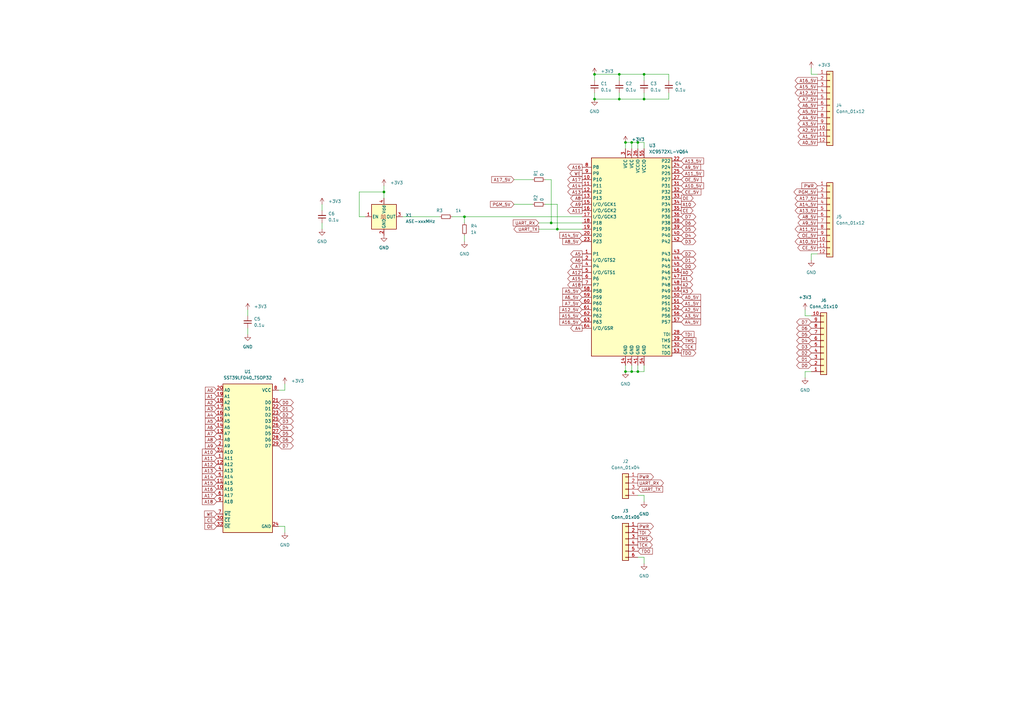
<source format=kicad_sch>
(kicad_sch (version 20211123) (generator eeschema)
  (paper "A3")
  (title_block (title "EMU27 mainboard") (date "2022-04-07") (company "Christer Weinigel"))
  (lib_symbols
    (symbol "0_weinigel:SST39LF040_TSOP32"
      (property "Reference" "U" (at 0 -10.16 0))
      (property "Value" "SST39LF040_TSOP32" (at 0 -12.7 0))
      (symbol "SST39LF040_TSOP32_0_0"
        (pin power_in line (at 12.7 -73.66 180) (length 2.54) (name "GND") (number "24"))
        (pin power_in line (at 12.7 -17.78 180) (length 2.54) (name "VCC") (number "8"))
      )
      (symbol "SST39LF040_TSOP32_0_1"
        (rectangle (start -10.16 -15.24) (end 10.16 -76.2) (stroke (width 0.254)) (fill (type background)))
      )
      (symbol "SST39LF040_TSOP32_1_1"
        (pin input line (at -12.7 -45.72 0) (length 2.54) (name "A11") (number "1"))
        (pin input line (at -12.7 -58.42 0) (length 2.54) (name "A16") (number "10"))
        (pin input line (at -12.7 -55.88 0) (length 2.54) (name "A15") (number "11"))
        (pin input line (at -12.7 -48.26 0) (length 2.54) (name "A12") (number "12"))
        (pin input line (at -12.7 -35.56 0) (length 2.54) (name "A7") (number "13"))
        (pin input line (at -12.7 -33.02 0) (length 2.54) (name "A6") (number "14"))
        (pin input line (at -12.7 -30.48 0) (length 2.54) (name "A5") (number "15"))
        (pin input line (at -12.7 -27.94 0) (length 2.54) (name "A4") (number "16"))
        (pin input line (at -12.7 -25.4 0) (length 2.54) (name "A3") (number "17"))
        (pin input line (at -12.7 -22.86 0) (length 2.54) (name "A2") (number "18"))
        (pin input line (at -12.7 -20.32 0) (length 2.54) (name "A1") (number "19"))
        (pin input line (at -12.7 -40.64 0) (length 2.54) (name "A9") (number "2"))
        (pin input line (at -12.7 -17.78 0) (length 2.54) (name "A0") (number "20"))
        (pin tri_state line (at 12.7 -22.86 180) (length 2.54) (name "D0") (number "21"))
        (pin tri_state line (at 12.7 -25.4 180) (length 2.54) (name "D1") (number "22"))
        (pin tri_state line (at 12.7 -27.94 180) (length 2.54) (name "D2") (number "23"))
        (pin tri_state line (at 12.7 -30.48 180) (length 2.54) (name "D3") (number "25"))
        (pin tri_state line (at 12.7 -33.02 180) (length 2.54) (name "D4") (number "26"))
        (pin tri_state line (at 12.7 -35.56 180) (length 2.54) (name "D5") (number "27"))
        (pin tri_state line (at 12.7 -38.1 180) (length 2.54) (name "D6") (number "28"))
        (pin tri_state line (at 12.7 -40.64 180) (length 2.54) (name "D7") (number "29"))
        (pin input line (at -12.7 -38.1 0) (length 2.54) (name "A8") (number "3"))
        (pin input line (at -12.7 -71.12 0) (length 2.54) (name "~{CE}") (number "30"))
        (pin input line (at -12.7 -43.18 0) (length 2.54) (name "A10") (number "31"))
        (pin input line (at -12.7 -73.66 0) (length 2.54) (name "~{OE}") (number "32"))
        (pin input line (at -12.7 -50.8 0) (length 2.54) (name "A13") (number "4"))
        (pin input line (at -12.7 -53.34 0) (length 2.54) (name "A14") (number "5"))
        (pin input line (at -12.7 -60.96 0) (length 2.54) (name "A17") (number "6"))
        (pin input line (at -12.7 -68.58 0) (length 2.54) (name "~{WE}") (number "7"))
        (pin input line (at -12.7 -63.5 0) (length 2.54) (name "A18") (number "9"))
      )
    )
    (symbol "CPLD_Xilinx:XC9572XL-VQ64"
      (property "Reference" "U" (at -16.51 40.64 0))
      (property "Value" "XC9572XL-VQ64" (at -16.51 -43.18 0))
      (symbol "XC9572XL-VQ64_1_1"
        (rectangle (start -16.51 39.37) (end 16.51 -41.91) (stroke (width 0.254)) (fill (type background)))
        (pin bidirectional line (at -20.32 0 0) (length 3.81) (name "P1") (number "1"))
        (pin bidirectional line (at -20.32 30.48 0) (length 3.81) (name "P10") (number "10"))
        (pin bidirectional line (at -20.32 27.94 0) (length 3.81) (name "P11") (number "11"))
        (pin bidirectional line (at -20.32 25.4 0) (length 3.81) (name "P12") (number "12"))
        (pin bidirectional line (at -20.32 22.86 0) (length 3.81) (name "P13") (number "13"))
        (pin power_in line (at -2.54 -45.72 90) (length 3.81) (name "GND") (number "14"))
        (pin bidirectional line (at -20.32 20.32 0) (length 3.81) (name "I/O/GCK1") (number "15"))
        (pin bidirectional line (at -20.32 17.78 0) (length 3.81) (name "I/O/GCK2") (number "16"))
        (pin bidirectional line (at -20.32 15.24 0) (length 3.81) (name "I/O/GCK3") (number "17"))
        (pin bidirectional line (at -20.32 12.7 0) (length 3.81) (name "P18") (number "18"))
        (pin bidirectional line (at -20.32 10.16 0) (length 3.81) (name "P19") (number "19"))
        (pin bidirectional line (at -20.32 -2.54 0) (length 3.81) (name "I/O/GTS2") (number "2"))
        (pin bidirectional line (at -20.32 7.62 0) (length 3.81) (name "P20") (number "20"))
        (pin power_in line (at 0 -45.72 90) (length 3.81) (name "GND") (number "21"))
        (pin bidirectional line (at 20.32 38.1 180) (length 3.81) (name "P22") (number "22"))
        (pin bidirectional line (at -20.32 5.08 0) (length 3.81) (name "P23") (number "23"))
        (pin bidirectional line (at 20.32 35.56 180) (length 3.81) (name "P24") (number "24"))
        (pin bidirectional line (at 20.32 33.02 180) (length 3.81) (name "P25") (number "25"))
        (pin power_in line (at 2.54 43.18 270) (length 3.81) (name "VCCIO") (number "26"))
        (pin bidirectional line (at 20.32 30.48 180) (length 3.81) (name "P27") (number "27"))
        (pin input line (at 20.32 -33.02 180) (length 3.81) (name "TDI") (number "28"))
        (pin input line (at 20.32 -35.56 180) (length 3.81) (name "TMS") (number "29"))
        (pin power_in line (at -2.54 43.18 270) (length 3.81) (name "VCC") (number "3"))
        (pin input line (at 20.32 -38.1 180) (length 3.81) (name "TCK") (number "30"))
        (pin bidirectional line (at 20.32 27.94 180) (length 3.81) (name "P31") (number "31"))
        (pin bidirectional line (at 20.32 25.4 180) (length 3.81) (name "P32") (number "32"))
        (pin bidirectional line (at 20.32 22.86 180) (length 3.81) (name "P33") (number "33"))
        (pin bidirectional line (at 20.32 20.32 180) (length 3.81) (name "P34") (number "34"))
        (pin bidirectional line (at 20.32 17.78 180) (length 3.81) (name "P35") (number "35"))
        (pin bidirectional line (at 20.32 15.24 180) (length 3.81) (name "P36") (number "36"))
        (pin power_in line (at 0 43.18 270) (length 3.81) (name "VCC") (number "37"))
        (pin bidirectional line (at 20.32 12.7 180) (length 3.81) (name "P38") (number "38"))
        (pin bidirectional line (at 20.32 10.16 180) (length 3.81) (name "P39") (number "39"))
        (pin bidirectional line (at -20.32 -5.08 0) (length 3.81) (name "P4") (number "4"))
        (pin bidirectional line (at 20.32 7.62 180) (length 3.81) (name "P40") (number "40"))
        (pin power_in line (at 2.54 -45.72 90) (length 3.81) (name "GND") (number "41"))
        (pin bidirectional line (at 20.32 5.08 180) (length 3.81) (name "P42") (number "42"))
        (pin bidirectional line (at 20.32 0 180) (length 3.81) (name "P43") (number "43"))
        (pin bidirectional line (at 20.32 -2.54 180) (length 3.81) (name "P44") (number "44"))
        (pin bidirectional line (at 20.32 -5.08 180) (length 3.81) (name "P45") (number "45"))
        (pin bidirectional line (at 20.32 -7.62 180) (length 3.81) (name "P46") (number "46"))
        (pin bidirectional line (at 20.32 -10.16 180) (length 3.81) (name "P47") (number "47"))
        (pin bidirectional line (at 20.32 -12.7 180) (length 3.81) (name "P48") (number "48"))
        (pin bidirectional line (at 20.32 -15.24 180) (length 3.81) (name "P49") (number "49"))
        (pin bidirectional line (at -20.32 -7.62 0) (length 3.81) (name "I/O/GTS1") (number "5"))
        (pin bidirectional line (at 20.32 -17.78 180) (length 3.81) (name "P50") (number "50"))
        (pin bidirectional line (at 20.32 -20.32 180) (length 3.81) (name "P51") (number "51"))
        (pin bidirectional line (at 20.32 -22.86 180) (length 3.81) (name "P52") (number "52"))
        (pin output line (at 20.32 -40.64 180) (length 3.81) (name "TDO") (number "53"))
        (pin power_in line (at 5.08 -45.72 90) (length 3.81) (name "GND") (number "54"))
        (pin power_in line (at 5.08 43.18 270) (length 3.81) (name "VCCIO") (number "55"))
        (pin bidirectional line (at 20.32 -25.4 180) (length 3.81) (name "P56") (number "56"))
        (pin bidirectional line (at 20.32 -27.94 180) (length 3.81) (name "P57") (number "57"))
        (pin bidirectional line (at -20.32 -15.24 0) (length 3.81) (name "P58") (number "58"))
        (pin bidirectional line (at -20.32 -17.78 0) (length 3.81) (name "P59") (number "59"))
        (pin bidirectional line (at -20.32 -10.16 0) (length 3.81) (name "P6") (number "6"))
        (pin bidirectional line (at -20.32 -20.32 0) (length 3.81) (name "P60") (number "60"))
        (pin bidirectional line (at -20.32 -22.86 0) (length 3.81) (name "P61") (number "61"))
        (pin bidirectional line (at -20.32 -25.4 0) (length 3.81) (name "P62") (number "62"))
        (pin bidirectional line (at -20.32 -27.94 0) (length 3.81) (name "P63") (number "63"))
        (pin bidirectional line (at -20.32 -30.48 0) (length 3.81) (name "I/O/GSR") (number "64"))
        (pin bidirectional line (at -20.32 -12.7 0) (length 3.81) (name "P7") (number "7"))
        (pin bidirectional line (at -20.32 35.56 0) (length 3.81) (name "P8") (number "8"))
        (pin bidirectional line (at -20.32 33.02 0) (length 3.81) (name "P9") (number "9"))
      )
    )
    (symbol "Connector_Generic:Conn_01x04" (pin_names (offset 1.016) hide)
      (property "Reference" "J" (at 0 5.08 0))
      (property "Value" "Conn_01x04" (at 0 -7.62 0))
      (symbol "Conn_01x04_1_1"
        (rectangle (start -1.27 -4.953) (end 0 -5.207) (stroke (width 0.1524)))
        (rectangle (start -1.27 -2.413) (end 0 -2.667) (stroke (width 0.1524)))
        (rectangle (start -1.27 0.127) (end 0 -0.127) (stroke (width 0.1524)))
        (rectangle (start -1.27 2.667) (end 0 2.413) (stroke (width 0.1524)))
        (rectangle (start -1.27 3.81) (end 1.27 -6.35) (stroke (width 0.254)) (fill (type background)))
        (pin passive line (at -5.08 2.54 0) (length 3.81) (name "Pin_1") (number "1"))
        (pin passive line (at -5.08 0 0) (length 3.81) (name "Pin_2") (number "2"))
        (pin passive line (at -5.08 -2.54 0) (length 3.81) (name "Pin_3") (number "3"))
        (pin passive line (at -5.08 -5.08 0) (length 3.81) (name "Pin_4") (number "4"))
      )
    )
    (symbol "Connector_Generic:Conn_01x06" (pin_names (offset 1.016) hide)
      (property "Reference" "J" (at 0 7.62 0))
      (property "Value" "Conn_01x06" (at 0 -10.16 0))
      (symbol "Conn_01x06_1_1"
        (rectangle (start -1.27 -7.493) (end 0 -7.747) (stroke (width 0.1524)))
        (rectangle (start -1.27 -4.953) (end 0 -5.207) (stroke (width 0.1524)))
        (rectangle (start -1.27 -2.413) (end 0 -2.667) (stroke (width 0.1524)))
        (rectangle (start -1.27 0.127) (end 0 -0.127) (stroke (width 0.1524)))
        (rectangle (start -1.27 2.667) (end 0 2.413) (stroke (width 0.1524)))
        (rectangle (start -1.27 5.207) (end 0 4.953) (stroke (width 0.1524)))
        (rectangle (start -1.27 6.35) (end 1.27 -8.89) (stroke (width 0.254)) (fill (type background)))
        (pin passive line (at -5.08 5.08 0) (length 3.81) (name "Pin_1") (number "1"))
        (pin passive line (at -5.08 2.54 0) (length 3.81) (name "Pin_2") (number "2"))
        (pin passive line (at -5.08 0 0) (length 3.81) (name "Pin_3") (number "3"))
        (pin passive line (at -5.08 -2.54 0) (length 3.81) (name "Pin_4") (number "4"))
        (pin passive line (at -5.08 -5.08 0) (length 3.81) (name "Pin_5") (number "5"))
        (pin passive line (at -5.08 -7.62 0) (length 3.81) (name "Pin_6") (number "6"))
      )
    )
    (symbol "Connector_Generic:Conn_01x10" (pin_names (offset 1.016) hide)
      (property "Reference" "J" (at 0 12.7 0))
      (property "Value" "Conn_01x10" (at 0 -15.24 0))
      (symbol "Conn_01x10_1_1"
        (rectangle (start -1.27 -12.573) (end 0 -12.827) (stroke (width 0.1524)))
        (rectangle (start -1.27 -10.033) (end 0 -10.287) (stroke (width 0.1524)))
        (rectangle (start -1.27 -7.493) (end 0 -7.747) (stroke (width 0.1524)))
        (rectangle (start -1.27 -4.953) (end 0 -5.207) (stroke (width 0.1524)))
        (rectangle (start -1.27 -2.413) (end 0 -2.667) (stroke (width 0.1524)))
        (rectangle (start -1.27 0.127) (end 0 -0.127) (stroke (width 0.1524)))
        (rectangle (start -1.27 2.667) (end 0 2.413) (stroke (width 0.1524)))
        (rectangle (start -1.27 5.207) (end 0 4.953) (stroke (width 0.1524)))
        (rectangle (start -1.27 7.747) (end 0 7.493) (stroke (width 0.1524)))
        (rectangle (start -1.27 10.287) (end 0 10.033) (stroke (width 0.1524)))
        (rectangle (start -1.27 11.43) (end 1.27 -13.97) (stroke (width 0.254)) (fill (type background)))
        (pin passive line (at -5.08 10.16 0) (length 3.81) (name "Pin_1") (number "1"))
        (pin passive line (at -5.08 -12.7 0) (length 3.81) (name "Pin_10") (number "10"))
        (pin passive line (at -5.08 7.62 0) (length 3.81) (name "Pin_2") (number "2"))
        (pin passive line (at -5.08 5.08 0) (length 3.81) (name "Pin_3") (number "3"))
        (pin passive line (at -5.08 2.54 0) (length 3.81) (name "Pin_4") (number "4"))
        (pin passive line (at -5.08 0 0) (length 3.81) (name "Pin_5") (number "5"))
        (pin passive line (at -5.08 -2.54 0) (length 3.81) (name "Pin_6") (number "6"))
        (pin passive line (at -5.08 -5.08 0) (length 3.81) (name "Pin_7") (number "7"))
        (pin passive line (at -5.08 -7.62 0) (length 3.81) (name "Pin_8") (number "8"))
        (pin passive line (at -5.08 -10.16 0) (length 3.81) (name "Pin_9") (number "9"))
      )
    )
    (symbol "Connector_Generic:Conn_01x12" (pin_names (offset 1.016) hide)
      (property "Reference" "J" (at 0 15.24 0))
      (property "Value" "Conn_01x12" (at 0 -17.78 0))
      (symbol "Conn_01x12_1_1"
        (rectangle (start -1.27 -15.113) (end 0 -15.367) (stroke (width 0.1524)))
        (rectangle (start -1.27 -12.573) (end 0 -12.827) (stroke (width 0.1524)))
        (rectangle (start -1.27 -10.033) (end 0 -10.287) (stroke (width 0.1524)))
        (rectangle (start -1.27 -7.493) (end 0 -7.747) (stroke (width 0.1524)))
        (rectangle (start -1.27 -4.953) (end 0 -5.207) (stroke (width 0.1524)))
        (rectangle (start -1.27 -2.413) (end 0 -2.667) (stroke (width 0.1524)))
        (rectangle (start -1.27 0.127) (end 0 -0.127) (stroke (width 0.1524)))
        (rectangle (start -1.27 2.667) (end 0 2.413) (stroke (width 0.1524)))
        (rectangle (start -1.27 5.207) (end 0 4.953) (stroke (width 0.1524)))
        (rectangle (start -1.27 7.747) (end 0 7.493) (stroke (width 0.1524)))
        (rectangle (start -1.27 10.287) (end 0 10.033) (stroke (width 0.1524)))
        (rectangle (start -1.27 12.827) (end 0 12.573) (stroke (width 0.1524)))
        (rectangle (start -1.27 13.97) (end 1.27 -16.51) (stroke (width 0.254)) (fill (type background)))
        (pin passive line (at -5.08 12.7 0) (length 3.81) (name "Pin_1") (number "1"))
        (pin passive line (at -5.08 -10.16 0) (length 3.81) (name "Pin_10") (number "10"))
        (pin passive line (at -5.08 -12.7 0) (length 3.81) (name "Pin_11") (number "11"))
        (pin passive line (at -5.08 -15.24 0) (length 3.81) (name "Pin_12") (number "12"))
        (pin passive line (at -5.08 10.16 0) (length 3.81) (name "Pin_2") (number "2"))
        (pin passive line (at -5.08 7.62 0) (length 3.81) (name "Pin_3") (number "3"))
        (pin passive line (at -5.08 5.08 0) (length 3.81) (name "Pin_4") (number "4"))
        (pin passive line (at -5.08 2.54 0) (length 3.81) (name "Pin_5") (number "5"))
        (pin passive line (at -5.08 0 0) (length 3.81) (name "Pin_6") (number "6"))
        (pin passive line (at -5.08 -2.54 0) (length 3.81) (name "Pin_7") (number "7"))
        (pin passive line (at -5.08 -5.08 0) (length 3.81) (name "Pin_8") (number "8"))
        (pin passive line (at -5.08 -7.62 0) (length 3.81) (name "Pin_9") (number "9"))
      )
    )
    (symbol "Device:C_Small" (pin_numbers hide) (pin_names (offset 0.254) hide)
      (property "Reference" "C" (at 0.254 1.778 0))
      (property "Value" "C_Small" (at 0.254 -2.032 0))
      (symbol "C_Small_0_1"
        (polyline (pts (xy -1.524 -0.508) (xy 1.524 -0.508)) (stroke (width 0.3302)))
        (polyline (pts (xy -1.524 0.508) (xy 1.524 0.508)) (stroke (width 0.3048)))
      )
      (symbol "C_Small_1_1"
        (pin passive line (at 0 2.54 270) (length 2.032) (name "~") (number "1"))
        (pin passive line (at 0 -2.54 90) (length 2.032) (name "~") (number "2"))
      )
    )
    (symbol "Device:R_Small" (pin_numbers hide) (pin_names (offset 0.254) hide)
      (property "Reference" "R" (at 0.762 0.508 0))
      (property "Value" "R_Small" (at 0.762 -1.016 0))
      (symbol "R_Small_0_1"
        (rectangle (start -0.762 1.778) (end 0.762 -1.778) (stroke (width 0.2032)))
      )
      (symbol "R_Small_1_1"
        (pin passive line (at 0 2.54 270) (length 0.762) (name "~") (number "1"))
        (pin passive line (at 0 -2.54 90) (length 0.762) (name "~") (number "2"))
      )
    )
    (symbol "Oscillator:ASE-xxxMHz" (pin_names (offset 0.254))
      (property "Reference" "X" (at -5.08 6.35 0))
      (property "Value" "ASE-xxxMHz" (at 1.27 -6.35 0))
      (symbol "ASE-xxxMHz_0_1"
        (rectangle (start -5.08 5.08) (end 5.08 -5.08) (stroke (width 0.254)) (fill (type background)))
        (polyline (pts (xy -1.27 -0.762) (xy -1.016 -0.762) (xy -1.016 0.762) (xy -0.508 0.762) (xy -0.508 -0.762) (xy 0 -0.762) (xy 0 0.762) (xy 0.508 0.762) (xy 0.508 -0.762) (xy 0.762 -0.762)))
      )
      (symbol "ASE-xxxMHz_1_1"
        (pin input line (at -7.62 0 0) (length 2.54) (name "EN") (number "1"))
        (pin power_in line (at 0 -7.62 90) (length 2.54) (name "GND") (number "2"))
        (pin output line (at 7.62 0 180) (length 2.54) (name "OUT") (number "3"))
        (pin power_in line (at 0 7.62 270) (length 2.54) (name "Vdd") (number "4"))
      )
    )
    (symbol "power:+3.3V" (power) (pin_names (offset 0))
      (property "Value" "+3.3V" (at 0 3.556 0))
      (symbol "+3.3V_0_1"
        (polyline (pts (xy -0.762 1.27) (xy 0 2.54)))
        (polyline (pts (xy 0 0) (xy 0 2.54)))
        (polyline (pts (xy 0 2.54) (xy 0.762 1.27)))
      )
      (symbol "+3.3V_1_1"
        (pin power_in line (at 0 0 90) (length 0) hide (name "+3V3") (number "1"))
      )
    )
    (symbol "power:GND" (power) (pin_names (offset 0))
      (property "Value" "GND" (at 0 -3.81 0))
      (symbol "GND_0_1"
        (polyline (pts (xy 0 0) (xy 0 -1.27) (xy 1.27 -1.27) (xy 0 -2.54) (xy -1.27 -1.27) (xy 0 -1.27)))
      )
      (symbol "GND_1_1"
        (pin power_in line (at 0 0 270) (length 0) hide (name "GND") (number "1"))
      )
    )
  )
  (junction (at 226.06 91.44))
  (junction (at 256.54 58.42))
  (junction (at 190.5 88.9))
  (junction (at 243.84 40.64))
  (junction (at 228.6 93.98))
  (junction (at 259.08 58.42))
  (junction (at 264.16 30.48))
  (junction (at 254 30.48))
  (junction (at 243.84 30.48))
  (junction (at 254 40.64))
  (junction (at 261.62 152.4))
  (junction (at 157.48 78.74))
  (junction (at 256.54 152.4))
  (junction (at 264.16 40.64))
  (junction (at 259.08 152.4))
  (junction (at 261.62 58.42))
  (wire (pts (xy 254 40.64) (xy 264.16 40.64)))
  (wire (pts (xy 254 30.48) (xy 254 33.02)))
  (wire (pts (xy 101.6 127) (xy 101.6 129.54)))
  (wire (pts (xy 147.32 78.74) (xy 147.32 88.9)))
  (wire (pts (xy 259.08 58.42) (xy 259.08 60.96)))
  (wire (pts (xy 147.32 78.74) (xy 157.48 78.74)))
  (wire (pts (xy 335.28 104.14) (xy 332.74 104.14)))
  (wire (pts (xy 165.1 88.9) (xy 180.34 88.9)))
  (wire (pts (xy 330.2 127) (xy 330.2 129.54)))
  (wire (pts (xy 243.84 30.48) (xy 254 30.48)))
  (wire (pts (xy 190.5 88.9) (xy 238.76 88.9)))
  (wire (pts (xy 226.06 91.44) (xy 226.06 73.66)))
  (wire (pts (xy 264.16 38.1) (xy 264.16 40.64)))
  (wire (pts (xy 218.44 83.82) (xy 210.82 83.82)))
  (wire (pts (xy 261.62 58.42) (xy 264.16 58.42)))
  (wire (pts (xy 261.62 149.86) (xy 261.62 152.4)))
  (wire (pts (xy 190.5 88.9) (xy 190.5 91.44)))
  (wire (pts (xy 332.74 30.48) (xy 332.74 27.94)))
  (wire (pts (xy 256.54 58.42) (xy 259.08 58.42)))
  (wire (pts (xy 254 38.1) (xy 254 40.64)))
  (wire (pts (xy 147.32 88.9) (xy 149.86 88.9)))
  (wire (pts (xy 157.48 78.74) (xy 157.48 81.28)))
  (wire (pts (xy 335.28 30.48) (xy 332.74 30.48)))
  (wire (pts (xy 114.3 215.9) (xy 116.84 215.9)))
  (wire (pts (xy 256.54 152.4) (xy 259.08 152.4)))
  (wire (pts (xy 332.74 104.14) (xy 332.74 106.68)))
  (wire (pts (xy 264.16 30.48) (xy 264.16 33.02)))
  (wire (pts (xy 226.06 91.44) (xy 238.76 91.44)))
  (wire (pts (xy 261.62 152.4) (xy 264.16 152.4)))
  (wire (pts (xy 256.54 149.86) (xy 256.54 152.4)))
  (wire (pts (xy 228.6 83.82) (xy 223.52 83.82)))
  (wire (pts (xy 101.6 134.62) (xy 101.6 137.16)))
  (wire (pts (xy 228.6 93.98) (xy 228.6 83.82)))
  (wire (pts (xy 274.32 40.64) (xy 274.32 38.1)))
  (wire (pts (xy 256.54 58.42) (xy 256.54 60.96)))
  (wire (pts (xy 132.08 91.44) (xy 132.08 93.98)))
  (wire (pts (xy 228.6 93.98) (xy 238.76 93.98)))
  (wire (pts (xy 261.62 58.42) (xy 261.62 60.96)))
  (wire (pts (xy 274.32 30.48) (xy 274.32 33.02)))
  (wire (pts (xy 220.98 91.44) (xy 226.06 91.44)))
  (wire (pts (xy 116.84 215.9) (xy 116.84 218.44)))
  (wire (pts (xy 243.84 40.64) (xy 254 40.64)))
  (wire (pts (xy 259.08 152.4) (xy 261.62 152.4)))
  (wire (pts (xy 114.3 160.02) (xy 116.84 160.02)))
  (wire (pts (xy 243.84 30.48) (xy 243.84 33.02)))
  (wire (pts (xy 264.16 40.64) (xy 274.32 40.64)))
  (wire (pts (xy 132.08 83.82) (xy 132.08 86.36)))
  (wire (pts (xy 264.16 203.2) (xy 264.16 205.74)))
  (wire (pts (xy 330.2 152.4) (xy 330.2 154.94)))
  (wire (pts (xy 116.84 160.02) (xy 116.84 157.48)))
  (wire (pts (xy 261.62 228.6) (xy 264.16 228.6)))
  (wire (pts (xy 243.84 38.1) (xy 243.84 40.64)))
  (wire (pts (xy 332.74 129.54) (xy 330.2 129.54)))
  (wire (pts (xy 259.08 149.86) (xy 259.08 152.4)))
  (wire (pts (xy 264.16 149.86) (xy 264.16 152.4)))
  (wire (pts (xy 218.44 73.66) (xy 210.82 73.66)))
  (wire (pts (xy 259.08 58.42) (xy 261.62 58.42)))
  (wire (pts (xy 190.5 96.52) (xy 190.5 99.06)))
  (wire (pts (xy 264.16 58.42) (xy 264.16 60.96)))
  (wire (pts (xy 220.98 93.98) (xy 228.6 93.98)))
  (wire (pts (xy 264.16 30.48) (xy 274.32 30.48)))
  (wire (pts (xy 226.06 73.66) (xy 223.52 73.66)))
  (wire (pts (xy 264.16 228.6) (xy 264.16 231.14)))
  (wire (pts (xy 185.42 88.9) (xy 190.5 88.9)))
  (wire (pts (xy 330.2 152.4) (xy 332.74 152.4)))
  (wire (pts (xy 261.62 203.2) (xy 264.16 203.2)))
  (wire (pts (xy 254 30.48) (xy 264.16 30.48)))
  (wire (pts (xy 157.48 76.2) (xy 157.48 78.74)))
  (global_label "D2" (shape tri_state) (at 332.74 144.78 180) (property "Intersheet References" "${INTERSHEET_REFS}" (effects hide)))
  (global_label "UART_TX" (shape output) (at 220.98 93.98 180) (property "Intersheet References" "${INTERSHEET_REFS}" (effects hide)))
  (global_label "TMS" (shape output) (at 261.62 220.98 0) (property "Intersheet References" "${INTERSHEET_REFS}" (effects hide)))
  (global_label "A14" (shape input) (at 88.9 195.58 180) (property "Intersheet References" "${INTERSHEET_REFS}" (effects hide)))
  (global_label "A11" (shape output) (at 238.76 86.36 180) (property "Intersheet References" "${INTERSHEET_REFS}" (effects hide)))
  (global_label "WE" (shape output) (at 238.76 71.12 180) (property "Intersheet References" "${INTERSHEET_REFS}" (effects hide)))
  (global_label "D6" (shape tri_state) (at 114.3 180.34 0) (property "Intersheet References" "${INTERSHEET_REFS}" (effects hide)))
  (global_label "D2" (shape tri_state) (at 114.3 170.18 0) (property "Intersheet References" "${INTERSHEET_REFS}" (effects hide)))
  (global_label "A12" (shape output) (at 238.76 111.76 180) (property "Intersheet References" "${INTERSHEET_REFS}" (effects hide)))
  (global_label "A4_5V" (shape output) (at 335.28 48.26 180) (property "Intersheet References" "${INTERSHEET_REFS}" (effects hide)))
  (global_label "A16_5V" (shape output) (at 335.28 33.02 180) (property "Intersheet References" "${INTERSHEET_REFS}" (effects hide)))
  (global_label "D1" (shape bidirectional) (at 279.4 106.68 0) (property "Intersheet References" "${INTERSHEET_REFS}" (effects hide)))
  (global_label "A2" (shape output) (at 279.4 116.84 0) (property "Intersheet References" "${INTERSHEET_REFS}" (effects hide)))
  (global_label "OE" (shape output) (at 279.4 81.28 0) (property "Intersheet References" "${INTERSHEET_REFS}" (effects hide)))
  (global_label "CE_5V" (shape input) (at 279.4 78.74 0) (property "Intersheet References" "${INTERSHEET_REFS}" (effects hide)))
  (global_label "A3_5V" (shape input) (at 279.4 129.54 0) (property "Intersheet References" "${INTERSHEET_REFS}" (effects hide)))
  (global_label "A18" (shape output) (at 238.76 116.84 180) (property "Intersheet References" "${INTERSHEET_REFS}" (effects hide)))
  (global_label "A15_5V" (shape output) (at 335.28 35.56 180) (property "Intersheet References" "${INTERSHEET_REFS}" (effects hide)))
  (global_label "A17" (shape input) (at 88.9 203.2 180) (property "Intersheet References" "${INTERSHEET_REFS}" (effects hide)))
  (global_label "A15" (shape output) (at 238.76 114.3 180) (property "Intersheet References" "${INTERSHEET_REFS}" (effects hide)))
  (global_label "A10_5V" (shape output) (at 335.28 99.06 180) (property "Intersheet References" "${INTERSHEET_REFS}" (effects hide)))
  (global_label "A17_5V" (shape input) (at 210.82 73.66 180) (property "Intersheet References" "${INTERSHEET_REFS}" (effects hide)))
  (global_label "A10" (shape input) (at 88.9 185.42 180) (property "Intersheet References" "${INTERSHEET_REFS}" (effects hide)))
  (global_label "A12_5V" (shape input) (at 238.76 127 180) (property "Intersheet References" "${INTERSHEET_REFS}" (effects hide)))
  (global_label "A9_5V" (shape output) (at 335.28 91.44 180) (property "Intersheet References" "${INTERSHEET_REFS}" (effects hide)))
  (global_label "A5_5V" (shape input) (at 238.76 119.38 180) (property "Intersheet References" "${INTERSHEET_REFS}" (effects hide)))
  (global_label "TCK" (shape output) (at 261.62 223.52 0) (property "Intersheet References" "${INTERSHEET_REFS}" (effects hide)))
  (global_label "PWR" (shape output) (at 261.62 215.9 0) (property "Intersheet References" "${INTERSHEET_REFS}" (effects hide)))
  (global_label "A16" (shape input) (at 88.9 200.66 180) (property "Intersheet References" "${INTERSHEET_REFS}" (effects hide)))
  (global_label "A0_5V" (shape input) (at 279.4 121.92 0) (property "Intersheet References" "${INTERSHEET_REFS}" (effects hide)))
  (global_label "A13" (shape output) (at 238.76 78.74 180) (property "Intersheet References" "${INTERSHEET_REFS}" (effects hide)))
  (global_label "D3" (shape tri_state) (at 332.74 142.24 180) (property "Intersheet References" "${INTERSHEET_REFS}" (effects hide)))
  (global_label "A8_5V" (shape output) (at 335.28 88.9 180) (property "Intersheet References" "${INTERSHEET_REFS}" (effects hide)))
  (global_label "D0" (shape tri_state) (at 332.74 149.86 180) (property "Intersheet References" "${INTERSHEET_REFS}" (effects hide)))
  (global_label "A6" (shape output) (at 238.76 106.68 180) (property "Intersheet References" "${INTERSHEET_REFS}" (effects hide)))
  (global_label "A4" (shape input) (at 88.9 170.18 180) (property "Intersheet References" "${INTERSHEET_REFS}" (effects hide)))
  (global_label "A13_5V" (shape input) (at 279.4 66.04 0) (property "Intersheet References" "${INTERSHEET_REFS}" (effects hide)))
  (global_label "OE_5V" (shape output) (at 335.28 96.52 180) (property "Intersheet References" "${INTERSHEET_REFS}" (effects hide)))
  (global_label "A15_5V" (shape input) (at 238.76 129.54 180) (property "Intersheet References" "${INTERSHEET_REFS}" (effects hide)))
  (global_label "A17_5V" (shape output) (at 335.28 81.28 180) (property "Intersheet References" "${INTERSHEET_REFS}" (effects hide)))
  (global_label "A1" (shape output) (at 279.4 114.3 0) (property "Intersheet References" "${INTERSHEET_REFS}" (effects hide)))
  (global_label "A14" (shape output) (at 238.76 76.2 180) (property "Intersheet References" "${INTERSHEET_REFS}" (effects hide)))
  (global_label "A11_5V" (shape input) (at 279.4 71.12 0) (property "Intersheet References" "${INTERSHEET_REFS}" (effects hide)))
  (global_label "D7" (shape tri_state) (at 332.74 132.08 180) (property "Intersheet References" "${INTERSHEET_REFS}" (effects hide)))
  (global_label "D0" (shape bidirectional) (at 279.4 109.22 0) (property "Intersheet References" "${INTERSHEET_REFS}" (effects hide)))
  (global_label "A7" (shape output) (at 238.76 109.22 180) (property "Intersheet References" "${INTERSHEET_REFS}" (effects hide)))
  (global_label "A0" (shape output) (at 279.4 111.76 0) (property "Intersheet References" "${INTERSHEET_REFS}" (effects hide)))
  (global_label "A9" (shape output) (at 238.76 83.82 180) (property "Intersheet References" "${INTERSHEET_REFS}" (effects hide)))
  (global_label "D0" (shape tri_state) (at 114.3 165.1 0) (property "Intersheet References" "${INTERSHEET_REFS}" (effects hide)))
  (global_label "A9_5V" (shape input) (at 279.4 68.58 0) (property "Intersheet References" "${INTERSHEET_REFS}" (effects hide)))
  (global_label "A5" (shape input) (at 88.9 172.72 180) (property "Intersheet References" "${INTERSHEET_REFS}" (effects hide)))
  (global_label "A6_5V" (shape input) (at 238.76 121.92 180) (property "Intersheet References" "${INTERSHEET_REFS}" (effects hide)))
  (global_label "A2_5V" (shape input) (at 279.4 127 0) (property "Intersheet References" "${INTERSHEET_REFS}" (effects hide)))
  (global_label "PWR" (shape input) (at 335.28 76.2 180) (property "Intersheet References" "${INTERSHEET_REFS}" (effects hide)))
  (global_label "A2" (shape input) (at 88.9 165.1 180) (property "Intersheet References" "${INTERSHEET_REFS}" (effects hide)))
  (global_label "D3" (shape tri_state) (at 114.3 172.72 0) (property "Intersheet References" "${INTERSHEET_REFS}" (effects hide)))
  (global_label "D4" (shape bidirectional) (at 279.4 96.52 0) (property "Intersheet References" "${INTERSHEET_REFS}" (effects hide)))
  (global_label "A1_5V" (shape output) (at 335.28 55.88 180) (property "Intersheet References" "${INTERSHEET_REFS}" (effects hide)))
  (global_label "A17" (shape output) (at 238.76 73.66 180) (property "Intersheet References" "${INTERSHEET_REFS}" (effects hide)))
  (global_label "D5" (shape tri_state) (at 114.3 177.8 0) (property "Intersheet References" "${INTERSHEET_REFS}" (effects hide)))
  (global_label "A7_5V" (shape input) (at 238.76 124.46 180) (property "Intersheet References" "${INTERSHEET_REFS}" (effects hide)))
  (global_label "A11" (shape input) (at 88.9 187.96 180) (property "Intersheet References" "${INTERSHEET_REFS}" (effects hide)))
  (global_label "A0_5V" (shape output) (at 335.28 58.42 180) (property "Intersheet References" "${INTERSHEET_REFS}" (effects hide)))
  (global_label "A8" (shape input) (at 88.9 180.34 180) (property "Intersheet References" "${INTERSHEET_REFS}" (effects hide)))
  (global_label "A6_5V" (shape output) (at 335.28 43.18 180) (property "Intersheet References" "${INTERSHEET_REFS}" (effects hide)))
  (global_label "D4" (shape tri_state) (at 114.3 175.26 0) (property "Intersheet References" "${INTERSHEET_REFS}" (effects hide)))
  (global_label "A1_5V" (shape input) (at 279.4 124.46 0) (property "Intersheet References" "${INTERSHEET_REFS}" (effects hide)))
  (global_label "A12_5V" (shape output) (at 335.28 38.1 180) (property "Intersheet References" "${INTERSHEET_REFS}" (effects hide)))
  (global_label "A8" (shape output) (at 238.76 81.28 180) (property "Intersheet References" "${INTERSHEET_REFS}" (effects hide)))
  (global_label "A14_5V" (shape output) (at 335.28 83.82 180) (property "Intersheet References" "${INTERSHEET_REFS}" (effects hide)))
  (global_label "A8_5V" (shape input) (at 238.76 99.06 180) (property "Intersheet References" "${INTERSHEET_REFS}" (effects hide)))
  (global_label "D1" (shape tri_state) (at 332.74 147.32 180) (property "Intersheet References" "${INTERSHEET_REFS}" (effects hide)))
  (global_label "D5" (shape tri_state) (at 332.74 137.16 180) (property "Intersheet References" "${INTERSHEET_REFS}" (effects hide)))
  (global_label "A5" (shape output) (at 238.76 104.14 180) (property "Intersheet References" "${INTERSHEET_REFS}" (effects hide)))
  (global_label "UART_RX" (shape input) (at 220.98 91.44 180) (property "Intersheet References" "${INTERSHEET_REFS}" (effects hide)))
  (global_label "TCK" (shape input) (at 279.4 142.24 0) (property "Intersheet References" "${INTERSHEET_REFS}" (effects hide)))
  (global_label "D2" (shape bidirectional) (at 279.4 104.14 0) (property "Intersheet References" "${INTERSHEET_REFS}" (effects hide)))
  (global_label "A11_5V" (shape output) (at 335.28 93.98 180) (property "Intersheet References" "${INTERSHEET_REFS}" (effects hide)))
  (global_label "A14_5V" (shape input) (at 238.76 96.52 180) (property "Intersheet References" "${INTERSHEET_REFS}" (effects hide)))
  (global_label "UART_RX" (shape output) (at 261.62 198.12 0) (property "Intersheet References" "${INTERSHEET_REFS}" (effects hide)))
  (global_label "TDO" (shape input) (at 261.62 226.06 0) (property "Intersheet References" "${INTERSHEET_REFS}" (effects hide)))
  (global_label "TDI" (shape output) (at 261.62 218.44 0) (property "Intersheet References" "${INTERSHEET_REFS}" (effects hide)))
  (global_label "TDO" (shape output) (at 279.4 144.78 0) (property "Intersheet References" "${INTERSHEET_REFS}" (effects hide)))
  (global_label "A12" (shape input) (at 88.9 190.5 180) (property "Intersheet References" "${INTERSHEET_REFS}" (effects hide)))
  (global_label "PGM_5V" (shape output) (at 335.28 78.74 180) (property "Intersheet References" "${INTERSHEET_REFS}" (effects hide)))
  (global_label "A4_5V" (shape input) (at 279.4 132.08 0) (property "Intersheet References" "${INTERSHEET_REFS}" (effects hide)))
  (global_label "A0" (shape input) (at 88.9 160.02 180) (property "Intersheet References" "${INTERSHEET_REFS}" (effects hide)))
  (global_label "A1" (shape input) (at 88.9 162.56 180) (property "Intersheet References" "${INTERSHEET_REFS}" (effects hide)))
  (global_label "WE" (shape input) (at 88.9 210.82 180) (property "Intersheet References" "${INTERSHEET_REFS}" (effects hide)))
  (global_label "PGM_5V" (shape input) (at 210.82 83.82 180) (property "Intersheet References" "${INTERSHEET_REFS}" (effects hide)))
  (global_label "A3_5V" (shape output) (at 335.28 50.8 180) (property "Intersheet References" "${INTERSHEET_REFS}" (effects hide)))
  (global_label "A7" (shape input) (at 88.9 177.8 180) (property "Intersheet References" "${INTERSHEET_REFS}" (effects hide)))
  (global_label "D1" (shape tri_state) (at 114.3 167.64 0) (property "Intersheet References" "${INTERSHEET_REFS}" (effects hide)))
  (global_label "A15" (shape input) (at 88.9 198.12 180) (property "Intersheet References" "${INTERSHEET_REFS}" (effects hide)))
  (global_label "CE_5V" (shape output) (at 335.28 101.6 180) (property "Intersheet References" "${INTERSHEET_REFS}" (effects hide)))
  (global_label "A5_5V" (shape output) (at 335.28 45.72 180) (property "Intersheet References" "${INTERSHEET_REFS}" (effects hide)))
  (global_label "D4" (shape tri_state) (at 332.74 139.7 180) (property "Intersheet References" "${INTERSHEET_REFS}" (effects hide)))
  (global_label "D7" (shape bidirectional) (at 279.4 88.9 0) (property "Intersheet References" "${INTERSHEET_REFS}" (effects hide)))
  (global_label "A3" (shape input) (at 88.9 167.64 180) (property "Intersheet References" "${INTERSHEET_REFS}" (effects hide)))
  (global_label "TMS" (shape input) (at 279.4 139.7 0) (property "Intersheet References" "${INTERSHEET_REFS}" (effects hide)))
  (global_label "UART_TX" (shape input) (at 261.62 200.66 0) (property "Intersheet References" "${INTERSHEET_REFS}" (effects hide)))
  (global_label "OE" (shape input) (at 88.9 215.9 180) (property "Intersheet References" "${INTERSHEET_REFS}" (effects hide)))
  (global_label "D7" (shape tri_state) (at 114.3 182.88 0) (property "Intersheet References" "${INTERSHEET_REFS}" (effects hide)))
  (global_label "D5" (shape bidirectional) (at 279.4 93.98 0) (property "Intersheet References" "${INTERSHEET_REFS}" (effects hide)))
  (global_label "D3" (shape bidirectional) (at 279.4 99.06 0) (property "Intersheet References" "${INTERSHEET_REFS}" (effects hide)))
  (global_label "A18" (shape input) (at 88.9 205.74 180) (property "Intersheet References" "${INTERSHEET_REFS}" (effects hide)))
  (global_label "A13" (shape input) (at 88.9 193.04 180) (property "Intersheet References" "${INTERSHEET_REFS}" (effects hide)))
  (global_label "CE" (shape input) (at 88.9 213.36 180) (property "Intersheet References" "${INTERSHEET_REFS}" (effects hide)))
  (global_label "A3" (shape output) (at 279.4 119.38 0) (property "Intersheet References" "${INTERSHEET_REFS}" (effects hide)))
  (global_label "CE" (shape output) (at 279.4 86.36 0) (property "Intersheet References" "${INTERSHEET_REFS}" (effects hide)))
  (global_label "A10_5V" (shape input) (at 279.4 76.2 0) (property "Intersheet References" "${INTERSHEET_REFS}" (effects hide)))
  (global_label "PWR" (shape output) (at 261.62 195.58 0) (property "Intersheet References" "${INTERSHEET_REFS}" (effects hide)))
  (global_label "D6" (shape tri_state) (at 332.74 134.62 180) (property "Intersheet References" "${INTERSHEET_REFS}" (effects hide)))
  (global_label "OE_5V" (shape input) (at 279.4 73.66 0) (property "Intersheet References" "${INTERSHEET_REFS}" (effects hide)))
  (global_label "A9" (shape input) (at 88.9 182.88 180) (property "Intersheet References" "${INTERSHEET_REFS}" (effects hide)))
  (global_label "A4" (shape output) (at 238.76 134.62 180) (property "Intersheet References" "${INTERSHEET_REFS}" (effects hide)))
  (global_label "A6" (shape input) (at 88.9 175.26 180) (property "Intersheet References" "${INTERSHEET_REFS}" (effects hide)))
  (global_label "A10" (shape output) (at 279.4 83.82 0) (property "Intersheet References" "${INTERSHEET_REFS}" (effects hide)))
  (global_label "A7_5V" (shape output) (at 335.28 40.64 180) (property "Intersheet References" "${INTERSHEET_REFS}" (effects hide)))
  (global_label "A13_5V" (shape output) (at 335.28 86.36 180) (property "Intersheet References" "${INTERSHEET_REFS}" (effects hide)))
  (global_label "A16" (shape output) (at 238.76 68.58 180) (property "Intersheet References" "${INTERSHEET_REFS}" (effects hide)))
  (global_label "TDI" (shape input) (at 279.4 137.16 0) (property "Intersheet References" "${INTERSHEET_REFS}" (effects hide)))
  (global_label "D6" (shape bidirectional) (at 279.4 91.44 0) (property "Intersheet References" "${INTERSHEET_REFS}" (effects hide)))
  (global_label "A2_5V" (shape output) (at 335.28 53.34 180) (property "Intersheet References" "${INTERSHEET_REFS}" (effects hide)))
  (global_label "A16_5V" (shape input) (at 238.76 132.08 180) (property "Intersheet References" "${INTERSHEET_REFS}" (effects hide)))
  (symbol (lib_id "Device:R_Small") (at 220.98 73.66 90) (unit 1)
    (property "Reference" "R1" (at 219.71 72.39 0) (effects (justify left)))
    (property "Value" "0" (at 222.25 72.39 0) (effects (justify left)))
    (property "Footprint" "Resistor_SMD:R_0402_1005Metric" (effects hide))
    (property "LCSC" "C17168" (effects hide))
  )
  (symbol (lib_id "power:GND") (at 157.48 96.52 0) (unit 1)
    (property "Reference" "#PWR0112" (effects hide))
    (property "Value" "GND" (at 157.48 101.6 0))
  )
  (symbol (lib_id "power:GND") (at 243.84 40.64 0) (unit 1)
    (property "Reference" "#PWR0103" (effects hide))
    (property "Value" "GND" (at 243.84 45.72 0))
  )
  (symbol (lib_id "power:+3.3V") (at 330.2 127 0) (mirror y) (unit 1)
    (property "Reference" "#PWR0153" (effects hide))
    (property "Value" "+3.3V" (at 330.2 121.92 0))
  )
  (symbol (lib_id "Oscillator:ASE-xxxMHz") (at 157.48 88.9 0) (unit 1)
    (property "Reference" "X1" (at 166.37 88.2649 0) (effects (justify left)))
    (property "Value" "ASE-xxxMHz" (at 166.37 90.8049 0) (effects (justify left)))
    (property "Footprint" "Oscillator:Oscillator_SMD_Abracon_ASCO-4Pin_1.6x1.2mm" (effects hide))
    (property "Datasheet" "http://www.abracon.com/Oscillators/ASV.pdf" (effects hide))
  )
  (symbol (lib_id "Connector_Generic:Conn_01x12") (at 340.36 43.18 0) (unit 1)
    (property "Reference" "J4" (at 342.9 43.1799 0) (effects (justify left)))
    (property "Value" "Conn_01x12" (at 342.9 45.7199 0) (effects (justify left)))
    (property "Footprint" "Connector_PinSocket_1.27mm:PinSocket_1x12_P1.27mm_Vertical" (effects hide))
  )
  (symbol (lib_id "power:GND") (at 332.74 106.68 0) (mirror y) (unit 1)
    (property "Reference" "#PWR0152" (effects hide))
    (property "Value" "GND" (at 332.74 111.76 0))
  )
  (symbol (lib_id "power:GND") (at 330.2 154.94 0) (mirror y) (unit 1)
    (property "Reference" "#PWR0154" (effects hide))
    (property "Value" "GND" (at 330.2 160.02 0))
  )
  (symbol (lib_id "Connector_Generic:Conn_01x10") (at 337.82 142.24 0) (mirror x) (unit 1)
    (property "Reference" "J6" (at 337.82 123.19 0))
    (property "Value" "Conn_01x10" (at 337.82 125.73 0))
    (property "Footprint" "Connector_PinSocket_1.27mm:PinSocket_1x10_P1.27mm_Vertical" (effects hide))
  )
  (symbol (lib_id "power:+3.3V") (at 116.84 157.48 0) (unit 1)
    (property "Reference" "#PWR0113" (effects hide))
    (property "Value" "+3.3V" (at 119.38 156.2099 0) (effects (justify left)))
  )
  (symbol (lib_id "Connector_Generic:Conn_01x12") (at 340.36 88.9 0) (unit 1)
    (property "Reference" "J5" (at 342.9 88.8999 0) (effects (justify left)))
    (property "Value" "Conn_01x12" (at 342.9 91.4399 0) (effects (justify left)))
    (property "Footprint" "Connector_PinSocket_1.27mm:PinSocket_1x12_P1.27mm_Vertical" (effects hide))
  )
  (symbol (lib_id "Device:C_Small") (at 274.32 35.56 180) (unit 1)
    (property "Reference" "C4" (at 276.86 34.29 0) (effects (justify right)))
    (property "Value" "0.1u" (at 276.86 36.83 0) (effects (justify right)))
    (property "Footprint" "Resistor_SMD:R_0402_1005Metric" (effects hide))
    (property "LCSC" "C1525" (effects hide))
    (property "Voltage" "16V" (effects hide))
  )
  (symbol (lib_id "Connector_Generic:Conn_01x04") (at 256.54 198.12 0) (mirror y) (unit 1)
    (property "Reference" "J2" (at 256.54 189.23 0))
    (property "Value" "Conn_01x04" (at 256.54 191.77 0))
    (property "Footprint" "Connector_Molex:Molex_PicoBlade_53047-0410_1x04_P1.25mm_Vertical" (effects hide))
  )
  (symbol (lib_id "Device:C_Small") (at 243.84 35.56 180) (unit 1)
    (property "Reference" "C1" (at 246.38 34.29 0) (effects (justify right)))
    (property "Value" "0.1u" (at 246.38 36.83 0) (effects (justify right)))
    (property "Footprint" "Resistor_SMD:R_0402_1005Metric" (effects hide))
    (property "LCSC" "C1525" (effects hide))
    (property "Voltage" "16V" (effects hide))
  )
  (symbol (lib_id "power:GND") (at 190.5 99.06 0) (unit 1)
    (property "Reference" "#PWR0107" (effects hide))
    (property "Value" "GND" (at 190.5 104.14 0))
  )
  (symbol (lib_id "power:GND") (at 264.16 205.74 0) (unit 1)
    (property "Reference" "#PWR0114" (effects hide))
    (property "Value" "GND" (at 264.16 210.82 0))
  )
  (symbol (lib_id "Device:C_Small") (at 264.16 35.56 180) (unit 1)
    (property "Reference" "C3" (at 266.7 34.29 0) (effects (justify right)))
    (property "Value" "0.1u" (at 266.7 36.83 0) (effects (justify right)))
    (property "Footprint" "Resistor_SMD:R_0402_1005Metric" (effects hide))
    (property "LCSC" "C1525" (effects hide))
    (property "Voltage" "16V" (effects hide))
  )
  (symbol (lib_id "power:GND") (at 132.08 93.98 0) (unit 1)
    (property "Reference" "#PWR0109" (effects hide))
    (property "Value" "GND" (at 132.08 99.06 0))
  )
  (symbol (lib_id "Device:R_Small") (at 220.98 83.82 90) (unit 1)
    (property "Reference" "R2" (at 219.71 82.55 0) (effects (justify left)))
    (property "Value" "0" (at 222.25 82.55 0) (effects (justify left)))
    (property "Footprint" "Resistor_SMD:R_0402_1005Metric" (effects hide))
    (property "LCSC" "C17168" (effects hide))
  )
  (symbol (lib_id "power:GND") (at 256.54 152.4 0) (unit 1)
    (property "Reference" "#PWR0101" (effects hide))
    (property "Value" "GND" (at 256.54 157.48 0))
  )
  (symbol (lib_id "power:+3.3V") (at 157.48 76.2 0) (mirror y) (unit 1)
    (property "Reference" "#PWR0108" (effects hide))
    (property "Value" "+3.3V" (at 160.02 74.9299 0) (effects (justify right)))
  )
  (symbol (lib_id "Device:C_Small") (at 132.08 88.9 180) (unit 1)
    (property "Reference" "C6" (at 134.62 87.63 0) (effects (justify right)))
    (property "Value" "0.1u" (at 134.62 90.17 0) (effects (justify right)))
    (property "Footprint" "Resistor_SMD:R_0402_1005Metric" (effects hide))
    (property "LCSC" "C1525" (effects hide))
    (property "Voltage" "16V" (effects hide))
  )
  (symbol (lib_id "power:+3.3V") (at 101.6 127 0) (unit 1)
    (property "Reference" "#PWR0121" (effects hide))
    (property "Value" "+3.3V" (at 104.14 125.7299 0) (effects (justify left)))
  )
  (symbol (lib_id "power:GND") (at 101.6 137.16 0) (unit 1)
    (property "Reference" "#PWR0122" (effects hide))
    (property "Value" "GND" (at 101.6 142.24 0))
  )
  (symbol (lib_id "power:GND") (at 264.16 231.14 0) (unit 1)
    (property "Reference" "#PWR0106" (effects hide))
    (property "Value" "GND" (at 264.16 236.22 0))
  )
  (symbol (lib_id "Connector_Generic:Conn_01x06") (at 256.54 220.98 0) (mirror y) (unit 1)
    (property "Reference" "J3" (at 256.54 209.55 0))
    (property "Value" "Conn_01x06" (at 256.54 212.09 0))
    (property "Footprint" "Connector_Molex:Molex_PicoBlade_53047-0610_1x06_P1.25mm_Vertical" (effects hide))
  )
  (symbol (lib_id "power:+3.3V") (at 243.84 30.48 0) (unit 1)
    (property "Reference" "#PWR0104" (effects hide))
    (property "Value" "+3.3V" (at 246.38 29.2099 0) (effects (justify left)))
  )
  (symbol (lib_id "Device:R_Small") (at 190.5 93.98 0) (unit 1) (in_bom no)
    (property "Reference" "R4" (at 193.04 92.71 0) (effects (justify left)))
    (property "Value" "1k" (at 193.04 95.25 0) (effects (justify left)))
    (property "Footprint" "Resistor_SMD:R_0402_1005Metric" (effects hide))
  )
  (symbol (lib_id "Device:R_Small") (at 182.88 88.9 90) (unit 1)
    (property "Reference" "R3" (at 181.61 86.36 90) (effects (justify left)))
    (property "Value" "1k" (at 189.23 86.36 90) (effects (justify left)))
    (property "Footprint" "Resistor_SMD:R_0402_1005Metric" (effects hide))
  )
  (symbol (lib_id "0_weinigel:SST39LF040_TSOP32") (at 101.6 142.24 0) (unit 1)
    (property "Reference" "U1" (at 101.6 152.4 0))
    (property "Value" "SST39LF040_TSOP32" (at 101.6 154.94 0))
    (property "Footprint" "Package_SO:TSOP-I-32_12.4x8mm_P0.5mm" (effects hide))
    (property "Datasheet" "https://ww1.microchip.com/downloads/en/DeviceDoc/20005023B.pdf" (effects hide))
  )
  (symbol (lib_id "power:+3.3V") (at 332.74 27.94 0) (unit 1)
    (property "Reference" "#PWR0105" (effects hide))
    (property "Value" "+3.3V" (at 335.28 26.6699 0) (effects (justify left)))
  )
  (symbol (lib_id "Device:C_Small") (at 101.6 132.08 180) (unit 1)
    (property "Reference" "C5" (at 104.14 130.81 0) (effects (justify right)))
    (property "Value" "0.1u" (at 104.14 133.35 0) (effects (justify right)))
    (property "Footprint" "Resistor_SMD:R_0402_1005Metric" (effects hide))
    (property "LCSC" "C1525" (effects hide))
    (property "Voltage" "16V" (effects hide))
  )
  (symbol (lib_id "power:GND") (at 116.84 218.44 0) (unit 1)
    (property "Reference" "#PWR0111" (effects hide))
    (property "Value" "GND" (at 116.84 223.52 0))
  )
  (symbol (lib_id "power:+3.3V") (at 132.08 83.82 0) (unit 1)
    (property "Reference" "#PWR0110" (effects hide))
    (property "Value" "+3.3V" (at 134.62 82.5499 0) (effects (justify left)))
  )
  (symbol (lib_id "Device:C_Small") (at 254 35.56 180) (unit 1)
    (property "Reference" "C2" (at 256.54 34.29 0) (effects (justify right)))
    (property "Value" "0.1u" (at 256.54 36.83 0) (effects (justify right)))
    (property "Footprint" "Resistor_SMD:R_0402_1005Metric" (effects hide))
    (property "LCSC" "C1525" (effects hide))
    (property "Voltage" "16V" (effects hide))
  )
  (symbol (lib_id "CPLD_Xilinx:XC9572XL-VQ64") (at 259.08 104.14 0) (unit 1)
    (property "Reference" "U3" (at 266.1794 59.69 0) (effects (justify left)))
    (property "Value" "XC9572XL-VQ64" (at 266.1794 62.23 0) (effects (justify left)))
    (property "Footprint" "Package_QFP:TQFP-64_10x10mm_P0.5mm" (effects hide))
    (property "Datasheet" "http://www.xilinx.com/support/documentation/data_sheets/ds057.pdf" (effects hide))
  )
  (symbol (lib_id "power:+3.3V") (at 256.54 58.42 0) (unit 1)
    (property "Reference" "#PWR0102" (effects hide))
    (property "Value" "+3.3V" (at 259.08 57.1499 0) (effects (justify left)))
  )
)
</source>
